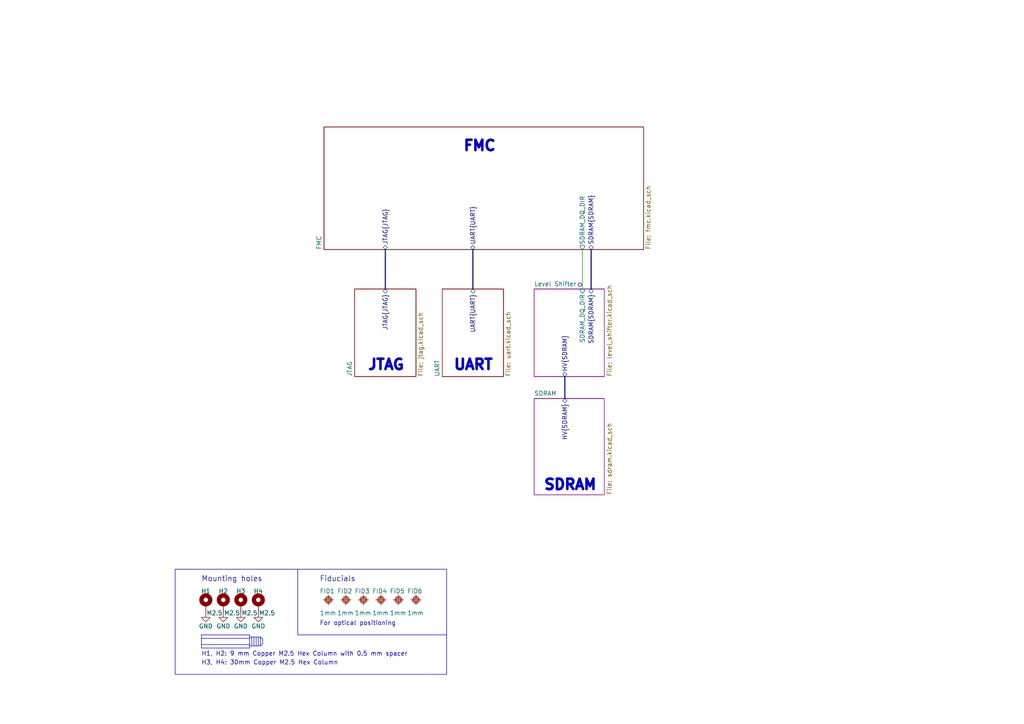
<source format=kicad_sch>
(kicad_sch (version 20231120) (generator "eeschema") (generator_version "8.0")
  (paper "A4")
  (title_block (title "FMC of SDRAM and JTAG") (date "2024-05-26") (rev "1.0.0") (company "CHIPS Alliance") (comment 1 "Yichuan Gao (2024-05-21)") (comment 2 "Yichuan Gao (2024-05-21)") (comment 4 "Yichuan Gao (2024-05-26)"))
  (lib_symbols
    (symbol "CHIPSAlliance_Mechanical:Fiducial"
      (property "Reference" "FID" (at 0 5.08 0))
      (property "Value" "Fiducial" (at 0 3.175 0))
      (symbol "Fiducial_0_1"
        (polyline (pts (xy -1.524 0) (xy 1.524 0)))
        (polyline (pts (xy 0 1.524) (xy 0 -1.524)))
        (circle (center 0 0) (radius 0.508) (fill (type background)))
        (circle (center 0 0) (radius 0.762) (fill (type background)))
        (circle (center 0 0) (radius 1.016) (fill (type background)))
      )
    )
    (symbol "CHIPSAlliance_Mechanical:MountingHole_Pad" (pin_numbers hide) (pin_names (offset 1.016) hide)
      (property "Reference" "H" (at 0 6.35 0))
      (property "Value" "MountingHole_Pad" (at 0 4.445 0))
      (symbol "MountingHole_Pad_0_1"
        (circle (center 0 1.27) (radius 1.27) (stroke (width 1.27)))
      )
      (symbol "MountingHole_Pad_1_1"
        (pin input line (at 0 -2.54 90) (length 2.54) (name "1") (number "1"))
      )
    )
    (symbol "CHIPSAlliance_Power:GND" (power) (pin_names (offset 0))
      (property "Value" "GND" (at 0 -3.81 0))
      (symbol "GND_0_1"
        (polyline (pts (xy 0 0) (xy 0 -1.27) (xy 1.27 -1.27) (xy 0 -2.54) (xy -1.27 -1.27) (xy 0 -1.27)))
      )
      (symbol "GND_1_1"
        (pin power_in line (at 0 0 270) (length 0) hide (name "GND") (number "1"))
      )
    )
  )
  (bus_alias "SDRAM" (members "A0" "A1" "A2" "A3" "A4" "A5" "A6" "A7" "A8" "A9" "A10" "A11" "A12" "BA0" "BA1" "DQ0" "DQ1" "DQ2" "DQ3" "DQ4" "DQ5" "DQ6" "DQ7" "DQ8" "DQ9" "DQ10" "DQ11" "DQ12" "DQ13" "DQ14" "DQ15" "DQ16" "DQ17" "DQ18" "DQ19" "DQ20" "DQ21" "DQ22" "DQ23" "DQ24" "DQ25" "DQ26" "DQ27" "DQ28" "DQ29" "DQ30" "DQ31" "~{CS}" "~{RAS}" "~{CAS}" "~{WE}" "DQM0" "DQM1" "DQM2" "DQM3" "CLK" "CKE"))
  (bus_alias "USB_FS" (members "DET" "CON" "~{OE}" "RCV" "VP" "VM" "SPD" "SUS"))
  (polyline (pts (xy 58.42 186.944) (xy 72.39 186.944)))
  (bus (pts (xy 163.83 109.22) (xy 163.83 115.57)))
  (polyline (pts (xy 72.39 187.325) (xy 75.565 187.325)))
  (polyline (pts (xy 75.565 184.785) (xy 75.565 187.325)))
  (polyline (pts (xy 73.66 184.785) (xy 73.66 187.325)))
  (polyline (pts (xy 75.565 184.785) (xy 76.2 185.42)))
  (polyline (pts (xy 86.36 184.15) (xy 129.54 184.15)))
  (polyline (pts (xy 72.39 184.785) (xy 75.565 184.785)))
  (polyline (pts (xy 58.42 187.96) (xy 72.39 187.96)))
  (bus (pts (xy 111.76 72.39) (xy 111.76 83.82)))
  (polyline (pts (xy 74.93 184.785) (xy 74.93 187.325)))
  (bus (pts (xy 137.16 72.39) (xy 137.16 83.82)))
  (polyline (pts (xy 58.42 184.15) (xy 72.39 184.15)))
  (polyline (pts (xy 72.39 184.15) (xy 72.39 187.96)))
  (bus (pts (xy 171.45 72.39) (xy 171.45 83.82)))
  (polyline (pts (xy 75.565 187.325) (xy 76.2 186.69)))
  (polyline (pts (xy 58.42 185.166) (xy 72.39 185.166)))
  (polyline (pts (xy 74.295 184.785) (xy 74.295 187.325)))
  (polyline (pts (xy 73.025 184.785) (xy 73.025 187.325)))
  (polyline (pts (xy 76.2 185.42) (xy 76.2 186.69)))
  (polyline (pts (xy 58.42 184.15) (xy 58.42 187.96)))
  (polyline (pts (xy 86.36 165.1) (xy 86.36 184.15)))
  (wire (pts (xy 168.91 72.39) (xy 168.91 83.82)))
  (rectangle (start 50.8 165.1) (end 129.54 195.58))
  (text "H1, H2: 9 mm Copper M2.5 Hex Column with 0.5 mm spacer" (at 58.42 190.5 0) (effects (font (size 1.27 1.27)) (justify left bottom)))
  (text "For optical positioning" (at 92.71 181.61 0) (effects (font (size 1.27 1.27)) (justify left bottom)))
  (text "Fiducials" (at 92.71 168.91 0) (effects (font (size 1.524 1.524)) (justify left bottom)))
  (text "FMC" (at 134.112 44.196 0) (effects (font (size 3 3) (thickness 1) (bold yes)) (justify left bottom)))
  (text "UART" (at 131.318 107.696 0) (effects (font (size 3 3) (thickness 1) (bold yes)) (justify left bottom)))
  (text "JTAG" (at 106.426 107.696 0) (effects (font (size 3 3) (thickness 1) (bold yes)) (justify left bottom)))
  (text "H3, H4: 30mm Copper M2.5 Hex Column" (at 58.42 193.04 0) (effects (font (size 1.27 1.27)) (justify left bottom)))
  (text "Mounting holes" (at 58.42 168.91 0) (effects (font (size 1.524 1.524)) (justify left bottom)))
  (text "SDRAM" (at 157.48 142.494 0) (effects (font (size 3 3) (thickness 1) (bold yes)) (justify left bottom)))
  (netclass_flag "" (length 0.762) (shape round) (at 168.91 82.55 90) (property "Netclass" "SDRAM_DQ" (effects (hide yes))))
  (symbol (lib_id "CHIPSAlliance_Mechanical:MountingHole_Pad") (at 74.93 175.26 0) (unit 1)
    (property "Reference" "H4" (at 74.93 171.45 0))
    (property "Value" "M2.5" (at 77.47 177.8 0))
    (property "Footprint" "CHIPSAlliance_MountingHole:MountingHole_2.7mm_M2.5_FMC_Pad" (effects (hide yes)))
  )
  (symbol (lib_id "CHIPSAlliance_Mechanical:Fiducial") (at 105.41 173.99 0) (unit 1)
    (property "Reference" "FID3" (at 102.87 171.45 0) (effects (justify left)))
    (property "Value" "1mm" (at 102.87 177.8 0) (effects (justify left)))
    (property "Footprint" "Fiducial:Fiducial_1mm_Mask2mm" (effects (hide yes)))
  )
  (symbol (lib_id "CHIPSAlliance_Mechanical:Fiducial") (at 120.65 173.99 0) (unit 1)
    (property "Reference" "FID6" (at 118.11 171.45 0) (effects (justify left)))
    (property "Value" "1mm" (at 118.11 177.8 0) (effects (justify left)))
    (property "Footprint" "Fiducial:Fiducial_1mm_Mask2mm" (effects (hide yes)))
  )
  (symbol (lib_id "CHIPSAlliance_Mechanical:Fiducial") (at 115.57 173.99 0) (unit 1)
    (property "Reference" "FID5" (at 113.03 171.45 0) (effects (justify left)))
    (property "Value" "1mm" (at 113.03 177.8 0) (effects (justify left)))
    (property "Footprint" "Fiducial:Fiducial_1mm_Mask2mm" (effects (hide yes)))
  )
  (symbol (lib_id "CHIPSAlliance_Mechanical:MountingHole_Pad") (at 64.77 175.26 0) (unit 1)
    (property "Reference" "H2" (at 64.77 171.45 0))
    (property "Value" "M2.5" (at 67.31 177.8 0))
    (property "Footprint" "CHIPSAlliance_MountingHole:MountingHole_2.7mm_M2.5_FMC_Pad_Via" (effects (hide yes)))
  )
  (symbol (lib_id "CHIPSAlliance_Mechanical:Fiducial") (at 110.49 173.99 0) (unit 1)
    (property "Reference" "FID4" (at 107.95 171.45 0) (effects (justify left)))
    (property "Value" "1mm" (at 107.95 177.8 0) (effects (justify left)))
    (property "Footprint" "Fiducial:Fiducial_1mm_Mask2mm" (effects (hide yes)))
  )
  (symbol (lib_id "CHIPSAlliance_Power:GND") (at 69.85 177.8 0) (unit 1)
    (property "Reference" "#PWR081" (effects (hide yes)))
    (property "Value" "GND" (at 69.85 181.61 0))
  )
  (symbol (lib_id "CHIPSAlliance_Mechanical:Fiducial") (at 100.33 173.99 0) (unit 1)
    (property "Reference" "FID2" (at 97.79 171.45 0) (effects (justify left)))
    (property "Value" "1mm" (at 97.79 177.8 0) (effects (justify left)))
    (property "Footprint" "Fiducial:Fiducial_1mm_Mask2mm" (effects (hide yes)))
  )
  (symbol (lib_id "CHIPSAlliance_Power:GND") (at 64.77 177.8 0) (unit 1)
    (property "Reference" "#PWR080" (effects (hide yes)))
    (property "Value" "GND" (at 64.77 181.61 0))
  )
  (symbol (lib_id "CHIPSAlliance_Mechanical:MountingHole_Pad") (at 59.69 175.26 0) (unit 1)
    (property "Reference" "H1" (at 59.69 171.45 0))
    (property "Value" "M2.5" (at 62.23 177.8 0))
    (property "Footprint" "CHIPSAlliance_MountingHole:MountingHole_2.7mm_M2.5_FMC_Pad_Via" (effects (hide yes)))
  )
  (symbol (lib_id "CHIPSAlliance_Mechanical:Fiducial") (at 95.25 173.99 0) (unit 1)
    (property "Reference" "FID1" (at 92.71 171.45 0) (effects (justify left)))
    (property "Value" "1mm" (at 92.71 177.8 0) (effects (justify left)))
    (property "Footprint" "Fiducial:Fiducial_1mm_Mask2mm" (effects (hide yes)))
  )
  (symbol (lib_id "CHIPSAlliance_Power:GND") (at 74.93 177.8 0) (unit 1)
    (property "Reference" "#PWR082" (effects (hide yes)))
    (property "Value" "GND" (at 74.93 181.61 0))
  )
  (symbol (lib_id "CHIPSAlliance_Mechanical:MountingHole_Pad") (at 69.85 175.26 0) (unit 1)
    (property "Reference" "H3" (at 69.85 171.45 0))
    (property "Value" "M2.5" (at 72.39 177.8 0))
    (property "Footprint" "CHIPSAlliance_MountingHole:MountingHole_2.7mm_M2.5_FMC_Pad" (effects (hide yes)))
  )
  (symbol (lib_id "CHIPSAlliance_Power:GND") (at 59.69 177.8 0) (unit 1)
    (property "Reference" "#PWR079" (effects (hide yes)))
    (property "Value" "GND" (at 59.69 181.61 0))
  )
  (sheet (at 154.94 115.57) (size 20.32 27.94) (stroke (width 0.1524) (color 132 0 132 1)) (fill (color 255 255 255 0.0000))
    (property "Sheetname" "SDRAM" (at 154.94 114.8584 0) (effects (justify left bottom)))
    (property "Sheetfile" "sdram.kicad_sch" (at 176.022 143.51 90) (effects (justify left top)))
    (pin "HV{SDRAM}" bidirectional (at 163.83 115.57 90))
  )
  (sheet (at 128.27 83.82) (size 17.78 25.4) (stroke (width 0.1524))
    (property "Sheetname" "UART" (at 127.5584 109.22 90) (effects (justify left bottom)))
    (property "Sheetfile" "uart.kicad_sch" (at 146.6346 109.22 90) (effects (justify left top)))
    (pin "UART{UART}" tri_state (at 137.16 83.82 90))
  )
  (sheet (at 93.98 36.83) (size 92.71 35.56) (stroke (width 0.1524))
    (property "Sheetname" "FMC" (at 93.2684 72.39 90) (effects (justify left bottom)))
    (property "Sheetfile" "fmc.kicad_sch" (at 187.2746 72.39 90) (effects (justify left top)))
    (pin "UART{UART}" tri_state (at 137.16 72.39 270))
    (pin "JTAG{JTAG}" bidirectional (at 111.76 72.39 270))
    (pin "SDRAM{SDRAM}" bidirectional (at 171.45 72.39 270))
    (pin "SDRAM_DQ_DIR" output (at 168.91 72.39 270))
  )
  (sheet (at 102.87 83.82) (size 17.78 25.4) (stroke (width 0.1524))
    (property "Sheetname" "JTAG" (at 102.1584 109.22 90) (effects (justify left bottom)))
    (property "Sheetfile" "jtag.kicad_sch" (at 121.2346 109.22 90) (effects (justify left top)))
    (pin "JTAG{JTAG}" bidirectional (at 111.76 83.82 90))
  )
  (sheet (at 154.94 83.82) (size 20.32 25.4) (stroke (width 0.1524) (color 132 0 132 1)) (fill (color 255 255 255 0.0000))
    (property "Sheetname" "Level Shifter" (at 154.94 83.1084 0) (effects (justify left bottom)))
    (property "Sheetfile" "level_shifter.kicad_sch" (at 176.022 109.22 90) (effects (justify left top)))
    (pin "HV{SDRAM}" bidirectional (at 163.83 109.22 270))
    (pin "SDRAM_DQ_DIR" input (at 168.91 83.82 90))
    (pin "SDRAM{SDRAM}" bidirectional (at 171.45 83.82 90))
  )
)
</source>
